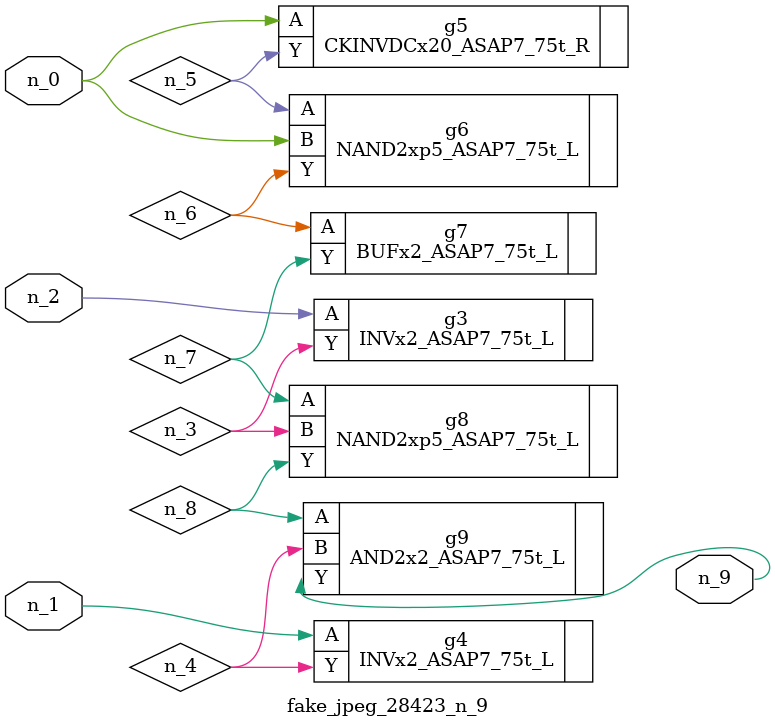
<source format=v>
module fake_jpeg_28423_n_9 (n_0, n_2, n_1, n_9);

input n_0;
input n_2;
input n_1;

output n_9;

wire n_3;
wire n_4;
wire n_8;
wire n_6;
wire n_5;
wire n_7;

INVx2_ASAP7_75t_L g3 ( 
.A(n_2),
.Y(n_3)
);

INVx2_ASAP7_75t_L g4 ( 
.A(n_1),
.Y(n_4)
);

CKINVDCx20_ASAP7_75t_R g5 ( 
.A(n_0),
.Y(n_5)
);

NAND2xp5_ASAP7_75t_L g6 ( 
.A(n_5),
.B(n_0),
.Y(n_6)
);

BUFx2_ASAP7_75t_L g7 ( 
.A(n_6),
.Y(n_7)
);

NAND2xp5_ASAP7_75t_L g8 ( 
.A(n_7),
.B(n_3),
.Y(n_8)
);

AND2x2_ASAP7_75t_L g9 ( 
.A(n_8),
.B(n_4),
.Y(n_9)
);


endmodule
</source>
